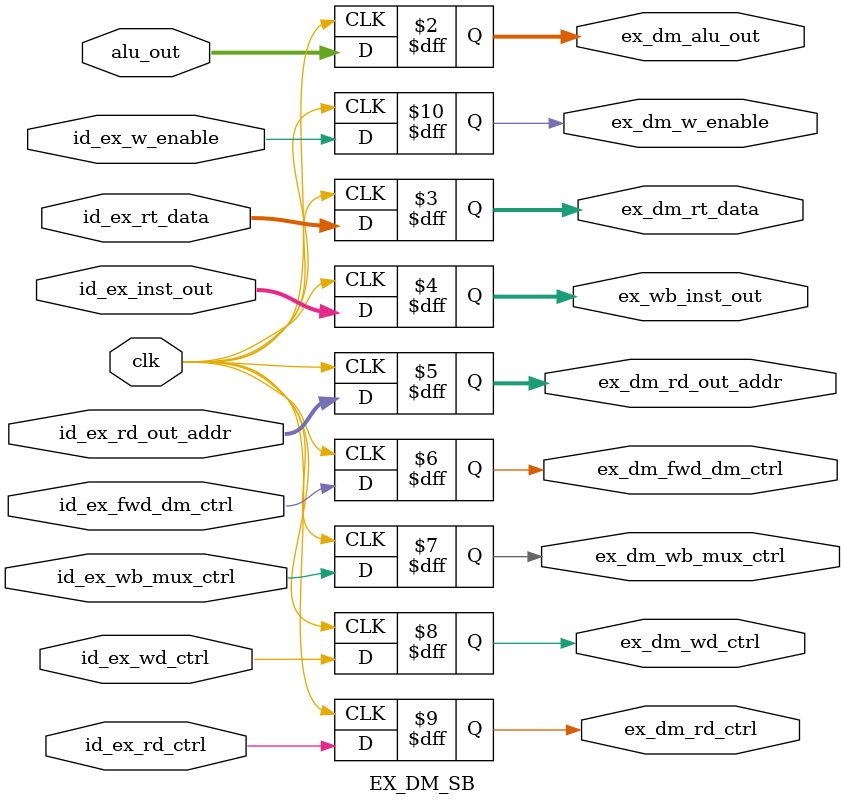
<source format=v>
module EX_DM_SB(input [31:0] alu_out, id_ex_rt_data, id_ex_inst_out, 
input [4:0] id_ex_rd_out_addr,  
input id_ex_fwd_dm_ctrl, id_ex_wb_mux_ctrl, id_ex_wd_ctrl, id_ex_rd_ctrl, id_ex_w_enable, clk, 
output reg [31:0] ex_dm_alu_out, ex_dm_rt_data, ex_wb_inst_out, 
output reg [4:0] ex_dm_rd_out_addr,  
output reg ex_dm_fwd_dm_ctrl, ex_dm_wb_mux_ctrl, ex_dm_wd_ctrl, ex_dm_rd_ctrl, ex_dm_w_enable);

always@(posedge clk)
begin
    ex_dm_alu_out = alu_out;
    ex_dm_rt_data = id_ex_rt_data;
    ex_dm_rd_out_addr = id_ex_rd_out_addr;
    ex_dm_fwd_dm_ctrl = id_ex_fwd_dm_ctrl;
    ex_dm_wb_mux_ctrl = id_ex_wb_mux_ctrl;
    ex_dm_wd_ctrl = id_ex_wd_ctrl;
    ex_dm_rd_ctrl = id_ex_rd_ctrl;
    ex_dm_w_enable = id_ex_w_enable; 
    ex_wb_inst_out = id_ex_inst_out;
end
endmodule

</source>
